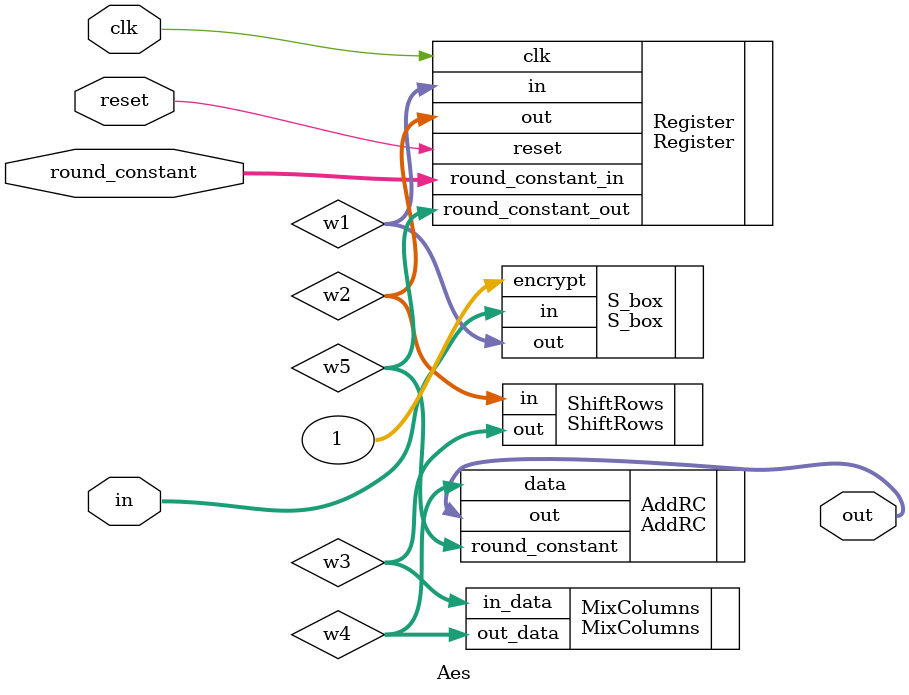
<source format=sv>
module Aes (in, clk, reset, round_constant, out);
	input [127:0] in;
	input [127:0] round_constant;
	input clk;
	input reset;
	output logic [127:0] out;

	wire [127:0] w1, w2, w3, w4, w5;

	S_box S_box (.in(in), .encrypt(1), .out(w1));
	Register Register (.in(w1), .round_constant_in(round_constant), .clk(clk), .reset(reset), .out(w2), .round_constant_out(w5));
	ShiftRows ShiftRows (.in(w2), .out(w3));
	MixColumns MixColumns (.in_data(w3), .out_data(w4));
	AddRC AddRC (.data(w4), .round_constant(w5), .out(out));

endmodule

</source>
